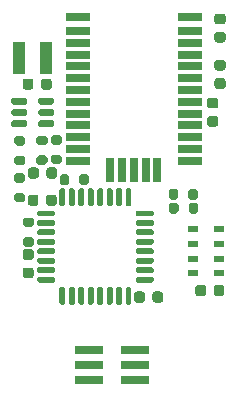
<source format=gbr>
%TF.GenerationSoftware,KiCad,Pcbnew,5.1.9*%
%TF.CreationDate,2021-03-27T13:30:24+01:00*%
%TF.ProjectId,picoballoon,7069636f-6261-46c6-9c6f-6f6e2e6b6963,0.1*%
%TF.SameCoordinates,Original*%
%TF.FileFunction,Paste,Top*%
%TF.FilePolarity,Positive*%
%FSLAX46Y46*%
G04 Gerber Fmt 4.6, Leading zero omitted, Abs format (unit mm)*
G04 Created by KiCad (PCBNEW 5.1.9) date 2021-03-27 13:30:24*
%MOMM*%
%LPD*%
G01*
G04 APERTURE LIST*
%ADD10R,0.700000X2.150000*%
%ADD11R,2.150000X0.700000*%
%ADD12R,2.400000X0.740000*%
%ADD13R,1.000000X2.750000*%
%ADD14R,0.950000X0.550000*%
G04 APERTURE END LIST*
%TO.C,R3*%
G36*
G01*
X120925000Y-70050000D02*
X120375000Y-70050000D01*
G75*
G02*
X120175000Y-69850000I0J200000D01*
G01*
X120175000Y-69450000D01*
G75*
G02*
X120375000Y-69250000I200000J0D01*
G01*
X120925000Y-69250000D01*
G75*
G02*
X121125000Y-69450000I0J-200000D01*
G01*
X121125000Y-69850000D01*
G75*
G02*
X120925000Y-70050000I-200000J0D01*
G01*
G37*
G36*
G01*
X120925000Y-71700000D02*
X120375000Y-71700000D01*
G75*
G02*
X120175000Y-71500000I0J200000D01*
G01*
X120175000Y-71100000D01*
G75*
G02*
X120375000Y-70900000I200000J0D01*
G01*
X120925000Y-70900000D01*
G75*
G02*
X121125000Y-71100000I0J-200000D01*
G01*
X121125000Y-71500000D01*
G75*
G02*
X120925000Y-71700000I-200000J0D01*
G01*
G37*
%TD*%
%TO.C,U4*%
G36*
G01*
X122125000Y-75925000D02*
X122125000Y-75675000D01*
G75*
G02*
X122250000Y-75550000I125000J0D01*
G01*
X123500000Y-75550000D01*
G75*
G02*
X123625000Y-75675000I0J-125000D01*
G01*
X123625000Y-75925000D01*
G75*
G02*
X123500000Y-76050000I-125000J0D01*
G01*
X122250000Y-76050000D01*
G75*
G02*
X122125000Y-75925000I0J125000D01*
G01*
G37*
G36*
G01*
X122125000Y-76725000D02*
X122125000Y-76475000D01*
G75*
G02*
X122250000Y-76350000I125000J0D01*
G01*
X123500000Y-76350000D01*
G75*
G02*
X123625000Y-76475000I0J-125000D01*
G01*
X123625000Y-76725000D01*
G75*
G02*
X123500000Y-76850000I-125000J0D01*
G01*
X122250000Y-76850000D01*
G75*
G02*
X122125000Y-76725000I0J125000D01*
G01*
G37*
G36*
G01*
X122125000Y-77525000D02*
X122125000Y-77275000D01*
G75*
G02*
X122250000Y-77150000I125000J0D01*
G01*
X123500000Y-77150000D01*
G75*
G02*
X123625000Y-77275000I0J-125000D01*
G01*
X123625000Y-77525000D01*
G75*
G02*
X123500000Y-77650000I-125000J0D01*
G01*
X122250000Y-77650000D01*
G75*
G02*
X122125000Y-77525000I0J125000D01*
G01*
G37*
G36*
G01*
X122125000Y-78325000D02*
X122125000Y-78075000D01*
G75*
G02*
X122250000Y-77950000I125000J0D01*
G01*
X123500000Y-77950000D01*
G75*
G02*
X123625000Y-78075000I0J-125000D01*
G01*
X123625000Y-78325000D01*
G75*
G02*
X123500000Y-78450000I-125000J0D01*
G01*
X122250000Y-78450000D01*
G75*
G02*
X122125000Y-78325000I0J125000D01*
G01*
G37*
G36*
G01*
X122125000Y-79125000D02*
X122125000Y-78875000D01*
G75*
G02*
X122250000Y-78750000I125000J0D01*
G01*
X123500000Y-78750000D01*
G75*
G02*
X123625000Y-78875000I0J-125000D01*
G01*
X123625000Y-79125000D01*
G75*
G02*
X123500000Y-79250000I-125000J0D01*
G01*
X122250000Y-79250000D01*
G75*
G02*
X122125000Y-79125000I0J125000D01*
G01*
G37*
G36*
G01*
X122125000Y-79925000D02*
X122125000Y-79675000D01*
G75*
G02*
X122250000Y-79550000I125000J0D01*
G01*
X123500000Y-79550000D01*
G75*
G02*
X123625000Y-79675000I0J-125000D01*
G01*
X123625000Y-79925000D01*
G75*
G02*
X123500000Y-80050000I-125000J0D01*
G01*
X122250000Y-80050000D01*
G75*
G02*
X122125000Y-79925000I0J125000D01*
G01*
G37*
G36*
G01*
X122125000Y-80725000D02*
X122125000Y-80475000D01*
G75*
G02*
X122250000Y-80350000I125000J0D01*
G01*
X123500000Y-80350000D01*
G75*
G02*
X123625000Y-80475000I0J-125000D01*
G01*
X123625000Y-80725000D01*
G75*
G02*
X123500000Y-80850000I-125000J0D01*
G01*
X122250000Y-80850000D01*
G75*
G02*
X122125000Y-80725000I0J125000D01*
G01*
G37*
G36*
G01*
X122125000Y-81525000D02*
X122125000Y-81275000D01*
G75*
G02*
X122250000Y-81150000I125000J0D01*
G01*
X123500000Y-81150000D01*
G75*
G02*
X123625000Y-81275000I0J-125000D01*
G01*
X123625000Y-81525000D01*
G75*
G02*
X123500000Y-81650000I-125000J0D01*
G01*
X122250000Y-81650000D01*
G75*
G02*
X122125000Y-81525000I0J125000D01*
G01*
G37*
G36*
G01*
X124000000Y-83400000D02*
X124000000Y-82150000D01*
G75*
G02*
X124125000Y-82025000I125000J0D01*
G01*
X124375000Y-82025000D01*
G75*
G02*
X124500000Y-82150000I0J-125000D01*
G01*
X124500000Y-83400000D01*
G75*
G02*
X124375000Y-83525000I-125000J0D01*
G01*
X124125000Y-83525000D01*
G75*
G02*
X124000000Y-83400000I0J125000D01*
G01*
G37*
G36*
G01*
X124800000Y-83400000D02*
X124800000Y-82150000D01*
G75*
G02*
X124925000Y-82025000I125000J0D01*
G01*
X125175000Y-82025000D01*
G75*
G02*
X125300000Y-82150000I0J-125000D01*
G01*
X125300000Y-83400000D01*
G75*
G02*
X125175000Y-83525000I-125000J0D01*
G01*
X124925000Y-83525000D01*
G75*
G02*
X124800000Y-83400000I0J125000D01*
G01*
G37*
G36*
G01*
X125600000Y-83400000D02*
X125600000Y-82150000D01*
G75*
G02*
X125725000Y-82025000I125000J0D01*
G01*
X125975000Y-82025000D01*
G75*
G02*
X126100000Y-82150000I0J-125000D01*
G01*
X126100000Y-83400000D01*
G75*
G02*
X125975000Y-83525000I-125000J0D01*
G01*
X125725000Y-83525000D01*
G75*
G02*
X125600000Y-83400000I0J125000D01*
G01*
G37*
G36*
G01*
X126400000Y-83400000D02*
X126400000Y-82150000D01*
G75*
G02*
X126525000Y-82025000I125000J0D01*
G01*
X126775000Y-82025000D01*
G75*
G02*
X126900000Y-82150000I0J-125000D01*
G01*
X126900000Y-83400000D01*
G75*
G02*
X126775000Y-83525000I-125000J0D01*
G01*
X126525000Y-83525000D01*
G75*
G02*
X126400000Y-83400000I0J125000D01*
G01*
G37*
G36*
G01*
X127200000Y-83400000D02*
X127200000Y-82150000D01*
G75*
G02*
X127325000Y-82025000I125000J0D01*
G01*
X127575000Y-82025000D01*
G75*
G02*
X127700000Y-82150000I0J-125000D01*
G01*
X127700000Y-83400000D01*
G75*
G02*
X127575000Y-83525000I-125000J0D01*
G01*
X127325000Y-83525000D01*
G75*
G02*
X127200000Y-83400000I0J125000D01*
G01*
G37*
G36*
G01*
X128000000Y-83400000D02*
X128000000Y-82150000D01*
G75*
G02*
X128125000Y-82025000I125000J0D01*
G01*
X128375000Y-82025000D01*
G75*
G02*
X128500000Y-82150000I0J-125000D01*
G01*
X128500000Y-83400000D01*
G75*
G02*
X128375000Y-83525000I-125000J0D01*
G01*
X128125000Y-83525000D01*
G75*
G02*
X128000000Y-83400000I0J125000D01*
G01*
G37*
G36*
G01*
X128800000Y-83400000D02*
X128800000Y-82150000D01*
G75*
G02*
X128925000Y-82025000I125000J0D01*
G01*
X129175000Y-82025000D01*
G75*
G02*
X129300000Y-82150000I0J-125000D01*
G01*
X129300000Y-83400000D01*
G75*
G02*
X129175000Y-83525000I-125000J0D01*
G01*
X128925000Y-83525000D01*
G75*
G02*
X128800000Y-83400000I0J125000D01*
G01*
G37*
G36*
G01*
X129600000Y-83400000D02*
X129600000Y-82150000D01*
G75*
G02*
X129725000Y-82025000I125000J0D01*
G01*
X129975000Y-82025000D01*
G75*
G02*
X130100000Y-82150000I0J-125000D01*
G01*
X130100000Y-83400000D01*
G75*
G02*
X129975000Y-83525000I-125000J0D01*
G01*
X129725000Y-83525000D01*
G75*
G02*
X129600000Y-83400000I0J125000D01*
G01*
G37*
G36*
G01*
X130475000Y-81525000D02*
X130475000Y-81275000D01*
G75*
G02*
X130600000Y-81150000I125000J0D01*
G01*
X131850000Y-81150000D01*
G75*
G02*
X131975000Y-81275000I0J-125000D01*
G01*
X131975000Y-81525000D01*
G75*
G02*
X131850000Y-81650000I-125000J0D01*
G01*
X130600000Y-81650000D01*
G75*
G02*
X130475000Y-81525000I0J125000D01*
G01*
G37*
G36*
G01*
X130475000Y-80725000D02*
X130475000Y-80475000D01*
G75*
G02*
X130600000Y-80350000I125000J0D01*
G01*
X131850000Y-80350000D01*
G75*
G02*
X131975000Y-80475000I0J-125000D01*
G01*
X131975000Y-80725000D01*
G75*
G02*
X131850000Y-80850000I-125000J0D01*
G01*
X130600000Y-80850000D01*
G75*
G02*
X130475000Y-80725000I0J125000D01*
G01*
G37*
G36*
G01*
X130475000Y-79925000D02*
X130475000Y-79675000D01*
G75*
G02*
X130600000Y-79550000I125000J0D01*
G01*
X131850000Y-79550000D01*
G75*
G02*
X131975000Y-79675000I0J-125000D01*
G01*
X131975000Y-79925000D01*
G75*
G02*
X131850000Y-80050000I-125000J0D01*
G01*
X130600000Y-80050000D01*
G75*
G02*
X130475000Y-79925000I0J125000D01*
G01*
G37*
G36*
G01*
X130475000Y-79125000D02*
X130475000Y-78875000D01*
G75*
G02*
X130600000Y-78750000I125000J0D01*
G01*
X131850000Y-78750000D01*
G75*
G02*
X131975000Y-78875000I0J-125000D01*
G01*
X131975000Y-79125000D01*
G75*
G02*
X131850000Y-79250000I-125000J0D01*
G01*
X130600000Y-79250000D01*
G75*
G02*
X130475000Y-79125000I0J125000D01*
G01*
G37*
G36*
G01*
X130475000Y-78325000D02*
X130475000Y-78075000D01*
G75*
G02*
X130600000Y-77950000I125000J0D01*
G01*
X131850000Y-77950000D01*
G75*
G02*
X131975000Y-78075000I0J-125000D01*
G01*
X131975000Y-78325000D01*
G75*
G02*
X131850000Y-78450000I-125000J0D01*
G01*
X130600000Y-78450000D01*
G75*
G02*
X130475000Y-78325000I0J125000D01*
G01*
G37*
G36*
G01*
X130475000Y-77525000D02*
X130475000Y-77275000D01*
G75*
G02*
X130600000Y-77150000I125000J0D01*
G01*
X131850000Y-77150000D01*
G75*
G02*
X131975000Y-77275000I0J-125000D01*
G01*
X131975000Y-77525000D01*
G75*
G02*
X131850000Y-77650000I-125000J0D01*
G01*
X130600000Y-77650000D01*
G75*
G02*
X130475000Y-77525000I0J125000D01*
G01*
G37*
G36*
G01*
X130475000Y-76725000D02*
X130475000Y-76475000D01*
G75*
G02*
X130600000Y-76350000I125000J0D01*
G01*
X131850000Y-76350000D01*
G75*
G02*
X131975000Y-76475000I0J-125000D01*
G01*
X131975000Y-76725000D01*
G75*
G02*
X131850000Y-76850000I-125000J0D01*
G01*
X130600000Y-76850000D01*
G75*
G02*
X130475000Y-76725000I0J125000D01*
G01*
G37*
G36*
G01*
X130475000Y-75925000D02*
X130475000Y-75675000D01*
G75*
G02*
X130600000Y-75550000I125000J0D01*
G01*
X131850000Y-75550000D01*
G75*
G02*
X131975000Y-75675000I0J-125000D01*
G01*
X131975000Y-75925000D01*
G75*
G02*
X131850000Y-76050000I-125000J0D01*
G01*
X130600000Y-76050000D01*
G75*
G02*
X130475000Y-75925000I0J125000D01*
G01*
G37*
G36*
G01*
X129600000Y-75050000D02*
X129600000Y-73800000D01*
G75*
G02*
X129725000Y-73675000I125000J0D01*
G01*
X129975000Y-73675000D01*
G75*
G02*
X130100000Y-73800000I0J-125000D01*
G01*
X130100000Y-75050000D01*
G75*
G02*
X129975000Y-75175000I-125000J0D01*
G01*
X129725000Y-75175000D01*
G75*
G02*
X129600000Y-75050000I0J125000D01*
G01*
G37*
G36*
G01*
X128800000Y-75050000D02*
X128800000Y-73800000D01*
G75*
G02*
X128925000Y-73675000I125000J0D01*
G01*
X129175000Y-73675000D01*
G75*
G02*
X129300000Y-73800000I0J-125000D01*
G01*
X129300000Y-75050000D01*
G75*
G02*
X129175000Y-75175000I-125000J0D01*
G01*
X128925000Y-75175000D01*
G75*
G02*
X128800000Y-75050000I0J125000D01*
G01*
G37*
G36*
G01*
X128000000Y-75050000D02*
X128000000Y-73800000D01*
G75*
G02*
X128125000Y-73675000I125000J0D01*
G01*
X128375000Y-73675000D01*
G75*
G02*
X128500000Y-73800000I0J-125000D01*
G01*
X128500000Y-75050000D01*
G75*
G02*
X128375000Y-75175000I-125000J0D01*
G01*
X128125000Y-75175000D01*
G75*
G02*
X128000000Y-75050000I0J125000D01*
G01*
G37*
G36*
G01*
X127200000Y-75050000D02*
X127200000Y-73800000D01*
G75*
G02*
X127325000Y-73675000I125000J0D01*
G01*
X127575000Y-73675000D01*
G75*
G02*
X127700000Y-73800000I0J-125000D01*
G01*
X127700000Y-75050000D01*
G75*
G02*
X127575000Y-75175000I-125000J0D01*
G01*
X127325000Y-75175000D01*
G75*
G02*
X127200000Y-75050000I0J125000D01*
G01*
G37*
G36*
G01*
X126400000Y-75050000D02*
X126400000Y-73800000D01*
G75*
G02*
X126525000Y-73675000I125000J0D01*
G01*
X126775000Y-73675000D01*
G75*
G02*
X126900000Y-73800000I0J-125000D01*
G01*
X126900000Y-75050000D01*
G75*
G02*
X126775000Y-75175000I-125000J0D01*
G01*
X126525000Y-75175000D01*
G75*
G02*
X126400000Y-75050000I0J125000D01*
G01*
G37*
G36*
G01*
X125600000Y-75050000D02*
X125600000Y-73800000D01*
G75*
G02*
X125725000Y-73675000I125000J0D01*
G01*
X125975000Y-73675000D01*
G75*
G02*
X126100000Y-73800000I0J-125000D01*
G01*
X126100000Y-75050000D01*
G75*
G02*
X125975000Y-75175000I-125000J0D01*
G01*
X125725000Y-75175000D01*
G75*
G02*
X125600000Y-75050000I0J125000D01*
G01*
G37*
G36*
G01*
X124800000Y-75050000D02*
X124800000Y-73800000D01*
G75*
G02*
X124925000Y-73675000I125000J0D01*
G01*
X125175000Y-73675000D01*
G75*
G02*
X125300000Y-73800000I0J-125000D01*
G01*
X125300000Y-75050000D01*
G75*
G02*
X125175000Y-75175000I-125000J0D01*
G01*
X124925000Y-75175000D01*
G75*
G02*
X124800000Y-75050000I0J125000D01*
G01*
G37*
G36*
G01*
X124000000Y-75050000D02*
X124000000Y-73800000D01*
G75*
G02*
X124125000Y-73675000I125000J0D01*
G01*
X124375000Y-73675000D01*
G75*
G02*
X124500000Y-73800000I0J-125000D01*
G01*
X124500000Y-75050000D01*
G75*
G02*
X124375000Y-75175000I-125000J0D01*
G01*
X124125000Y-75175000D01*
G75*
G02*
X124000000Y-75050000I0J125000D01*
G01*
G37*
%TD*%
D10*
%TO.C,U3*%
X132300000Y-72100000D03*
X131300000Y-72100000D03*
X130300000Y-72100000D03*
X129300000Y-72100000D03*
X128300000Y-72100000D03*
D11*
X125550000Y-71350000D03*
X125550000Y-70350000D03*
X125550000Y-69350000D03*
X125550000Y-68350000D03*
X125550000Y-67350000D03*
X125550000Y-66350000D03*
X125550000Y-65350000D03*
X125550000Y-64350000D03*
X125550000Y-63350000D03*
X125550000Y-62350000D03*
X125550000Y-61350000D03*
X125550000Y-60350000D03*
X125550000Y-59200000D03*
X135050000Y-59200000D03*
X135050000Y-60350000D03*
X135050000Y-61350000D03*
X135050000Y-62350000D03*
X135050000Y-63350000D03*
X135050000Y-64350000D03*
X135050000Y-65350000D03*
X135050000Y-66350000D03*
X135050000Y-67350000D03*
X135050000Y-68350000D03*
X135050000Y-69350000D03*
X135050000Y-70350000D03*
X135050000Y-71350000D03*
%TD*%
%TO.C,C1*%
G36*
G01*
X137850000Y-59775000D02*
X137350000Y-59775000D01*
G75*
G02*
X137125000Y-59550000I0J225000D01*
G01*
X137125000Y-59100000D01*
G75*
G02*
X137350000Y-58875000I225000J0D01*
G01*
X137850000Y-58875000D01*
G75*
G02*
X138075000Y-59100000I0J-225000D01*
G01*
X138075000Y-59550000D01*
G75*
G02*
X137850000Y-59775000I-225000J0D01*
G01*
G37*
G36*
G01*
X137850000Y-61325000D02*
X137350000Y-61325000D01*
G75*
G02*
X137125000Y-61100000I0J225000D01*
G01*
X137125000Y-60650000D01*
G75*
G02*
X137350000Y-60425000I225000J0D01*
G01*
X137850000Y-60425000D01*
G75*
G02*
X138075000Y-60650000I0J-225000D01*
G01*
X138075000Y-61100000D01*
G75*
G02*
X137850000Y-61325000I-225000J0D01*
G01*
G37*
%TD*%
%TO.C,C2*%
G36*
G01*
X137350000Y-62800000D02*
X137850000Y-62800000D01*
G75*
G02*
X138075000Y-63025000I0J-225000D01*
G01*
X138075000Y-63475000D01*
G75*
G02*
X137850000Y-63700000I-225000J0D01*
G01*
X137350000Y-63700000D01*
G75*
G02*
X137125000Y-63475000I0J225000D01*
G01*
X137125000Y-63025000D01*
G75*
G02*
X137350000Y-62800000I225000J0D01*
G01*
G37*
G36*
G01*
X137350000Y-64350000D02*
X137850000Y-64350000D01*
G75*
G02*
X138075000Y-64575000I0J-225000D01*
G01*
X138075000Y-65025000D01*
G75*
G02*
X137850000Y-65250000I-225000J0D01*
G01*
X137350000Y-65250000D01*
G75*
G02*
X137125000Y-65025000I0J225000D01*
G01*
X137125000Y-64575000D01*
G75*
G02*
X137350000Y-64350000I225000J0D01*
G01*
G37*
%TD*%
%TO.C,C4*%
G36*
G01*
X135510000Y-82580000D02*
X135510000Y-82080000D01*
G75*
G02*
X135735000Y-81855000I225000J0D01*
G01*
X136185000Y-81855000D01*
G75*
G02*
X136410000Y-82080000I0J-225000D01*
G01*
X136410000Y-82580000D01*
G75*
G02*
X136185000Y-82805000I-225000J0D01*
G01*
X135735000Y-82805000D01*
G75*
G02*
X135510000Y-82580000I0J225000D01*
G01*
G37*
G36*
G01*
X137060000Y-82580000D02*
X137060000Y-82080000D01*
G75*
G02*
X137285000Y-81855000I225000J0D01*
G01*
X137735000Y-81855000D01*
G75*
G02*
X137960000Y-82080000I0J-225000D01*
G01*
X137960000Y-82580000D01*
G75*
G02*
X137735000Y-82805000I-225000J0D01*
G01*
X137285000Y-82805000D01*
G75*
G02*
X137060000Y-82580000I0J225000D01*
G01*
G37*
%TD*%
%TO.C,C5*%
G36*
G01*
X137225000Y-68450000D02*
X136725000Y-68450000D01*
G75*
G02*
X136500000Y-68225000I0J225000D01*
G01*
X136500000Y-67775000D01*
G75*
G02*
X136725000Y-67550000I225000J0D01*
G01*
X137225000Y-67550000D01*
G75*
G02*
X137450000Y-67775000I0J-225000D01*
G01*
X137450000Y-68225000D01*
G75*
G02*
X137225000Y-68450000I-225000J0D01*
G01*
G37*
G36*
G01*
X137225000Y-66900000D02*
X136725000Y-66900000D01*
G75*
G02*
X136500000Y-66675000I0J225000D01*
G01*
X136500000Y-66225000D01*
G75*
G02*
X136725000Y-66000000I225000J0D01*
G01*
X137225000Y-66000000D01*
G75*
G02*
X137450000Y-66225000I0J-225000D01*
G01*
X137450000Y-66675000D01*
G75*
G02*
X137225000Y-66900000I-225000J0D01*
G01*
G37*
%TD*%
%TO.C,C6*%
G36*
G01*
X121800000Y-64600000D02*
X121800000Y-65100000D01*
G75*
G02*
X121575000Y-65325000I-225000J0D01*
G01*
X121125000Y-65325000D01*
G75*
G02*
X120900000Y-65100000I0J225000D01*
G01*
X120900000Y-64600000D01*
G75*
G02*
X121125000Y-64375000I225000J0D01*
G01*
X121575000Y-64375000D01*
G75*
G02*
X121800000Y-64600000I0J-225000D01*
G01*
G37*
G36*
G01*
X123350000Y-64600000D02*
X123350000Y-65100000D01*
G75*
G02*
X123125000Y-65325000I-225000J0D01*
G01*
X122675000Y-65325000D01*
G75*
G02*
X122450000Y-65100000I0J225000D01*
G01*
X122450000Y-64600000D01*
G75*
G02*
X122675000Y-64375000I225000J0D01*
G01*
X123125000Y-64375000D01*
G75*
G02*
X123350000Y-64600000I0J-225000D01*
G01*
G37*
%TD*%
%TO.C,C7*%
G36*
G01*
X121100000Y-78825000D02*
X121600000Y-78825000D01*
G75*
G02*
X121825000Y-79050000I0J-225000D01*
G01*
X121825000Y-79500000D01*
G75*
G02*
X121600000Y-79725000I-225000J0D01*
G01*
X121100000Y-79725000D01*
G75*
G02*
X120875000Y-79500000I0J225000D01*
G01*
X120875000Y-79050000D01*
G75*
G02*
X121100000Y-78825000I225000J0D01*
G01*
G37*
G36*
G01*
X121100000Y-80375000D02*
X121600000Y-80375000D01*
G75*
G02*
X121825000Y-80600000I0J-225000D01*
G01*
X121825000Y-81050000D01*
G75*
G02*
X121600000Y-81275000I-225000J0D01*
G01*
X121100000Y-81275000D01*
G75*
G02*
X120875000Y-81050000I0J225000D01*
G01*
X120875000Y-80600000D01*
G75*
G02*
X121100000Y-80375000I225000J0D01*
G01*
G37*
%TD*%
%TO.C,C8*%
G36*
G01*
X122875000Y-74925000D02*
X122875000Y-74425000D01*
G75*
G02*
X123100000Y-74200000I225000J0D01*
G01*
X123550000Y-74200000D01*
G75*
G02*
X123775000Y-74425000I0J-225000D01*
G01*
X123775000Y-74925000D01*
G75*
G02*
X123550000Y-75150000I-225000J0D01*
G01*
X123100000Y-75150000D01*
G75*
G02*
X122875000Y-74925000I0J225000D01*
G01*
G37*
G36*
G01*
X121325000Y-74925000D02*
X121325000Y-74425000D01*
G75*
G02*
X121550000Y-74200000I225000J0D01*
G01*
X122000000Y-74200000D01*
G75*
G02*
X122225000Y-74425000I0J-225000D01*
G01*
X122225000Y-74925000D01*
G75*
G02*
X122000000Y-75150000I-225000J0D01*
G01*
X121550000Y-75150000D01*
G75*
G02*
X121325000Y-74925000I0J225000D01*
G01*
G37*
%TD*%
%TO.C,C9*%
G36*
G01*
X121350000Y-72625000D02*
X121350000Y-72125000D01*
G75*
G02*
X121575000Y-71900000I225000J0D01*
G01*
X122025000Y-71900000D01*
G75*
G02*
X122250000Y-72125000I0J-225000D01*
G01*
X122250000Y-72625000D01*
G75*
G02*
X122025000Y-72850000I-225000J0D01*
G01*
X121575000Y-72850000D01*
G75*
G02*
X121350000Y-72625000I0J225000D01*
G01*
G37*
G36*
G01*
X122900000Y-72625000D02*
X122900000Y-72125000D01*
G75*
G02*
X123125000Y-71900000I225000J0D01*
G01*
X123575000Y-71900000D01*
G75*
G02*
X123800000Y-72125000I0J-225000D01*
G01*
X123800000Y-72625000D01*
G75*
G02*
X123575000Y-72850000I-225000J0D01*
G01*
X123125000Y-72850000D01*
G75*
G02*
X122900000Y-72625000I0J225000D01*
G01*
G37*
%TD*%
%TO.C,C10*%
G36*
G01*
X132780000Y-82630000D02*
X132780000Y-83130000D01*
G75*
G02*
X132555000Y-83355000I-225000J0D01*
G01*
X132105000Y-83355000D01*
G75*
G02*
X131880000Y-83130000I0J225000D01*
G01*
X131880000Y-82630000D01*
G75*
G02*
X132105000Y-82405000I225000J0D01*
G01*
X132555000Y-82405000D01*
G75*
G02*
X132780000Y-82630000I0J-225000D01*
G01*
G37*
G36*
G01*
X131230000Y-82630000D02*
X131230000Y-83130000D01*
G75*
G02*
X131005000Y-83355000I-225000J0D01*
G01*
X130555000Y-83355000D01*
G75*
G02*
X130330000Y-83130000I0J225000D01*
G01*
X130330000Y-82630000D01*
G75*
G02*
X130555000Y-82405000I225000J0D01*
G01*
X131005000Y-82405000D01*
G75*
G02*
X131230000Y-82630000I0J-225000D01*
G01*
G37*
%TD*%
D12*
%TO.C,J4*%
X126490000Y-87380000D03*
X130390000Y-87380000D03*
X126490000Y-88650000D03*
X130390000Y-88650000D03*
X126490000Y-89920000D03*
X130390000Y-89920000D03*
%TD*%
D13*
%TO.C,L1*%
X122850000Y-62650000D03*
X120550000Y-62650000D03*
%TD*%
%TO.C,R1*%
G36*
G01*
X133255000Y-74455000D02*
X133255000Y-73905000D01*
G75*
G02*
X133455000Y-73705000I200000J0D01*
G01*
X133855000Y-73705000D01*
G75*
G02*
X134055000Y-73905000I0J-200000D01*
G01*
X134055000Y-74455000D01*
G75*
G02*
X133855000Y-74655000I-200000J0D01*
G01*
X133455000Y-74655000D01*
G75*
G02*
X133255000Y-74455000I0J200000D01*
G01*
G37*
G36*
G01*
X134905000Y-74455000D02*
X134905000Y-73905000D01*
G75*
G02*
X135105000Y-73705000I200000J0D01*
G01*
X135505000Y-73705000D01*
G75*
G02*
X135705000Y-73905000I0J-200000D01*
G01*
X135705000Y-74455000D01*
G75*
G02*
X135505000Y-74655000I-200000J0D01*
G01*
X135105000Y-74655000D01*
G75*
G02*
X134905000Y-74455000I0J200000D01*
G01*
G37*
%TD*%
%TO.C,R2*%
G36*
G01*
X134935000Y-75625000D02*
X134935000Y-75075000D01*
G75*
G02*
X135135000Y-74875000I200000J0D01*
G01*
X135535000Y-74875000D01*
G75*
G02*
X135735000Y-75075000I0J-200000D01*
G01*
X135735000Y-75625000D01*
G75*
G02*
X135535000Y-75825000I-200000J0D01*
G01*
X135135000Y-75825000D01*
G75*
G02*
X134935000Y-75625000I0J200000D01*
G01*
G37*
G36*
G01*
X133285000Y-75625000D02*
X133285000Y-75075000D01*
G75*
G02*
X133485000Y-74875000I200000J0D01*
G01*
X133885000Y-74875000D01*
G75*
G02*
X134085000Y-75075000I0J-200000D01*
G01*
X134085000Y-75625000D01*
G75*
G02*
X133885000Y-75825000I-200000J0D01*
G01*
X133485000Y-75825000D01*
G75*
G02*
X133285000Y-75625000I0J200000D01*
G01*
G37*
%TD*%
%TO.C,R4*%
G36*
G01*
X126475000Y-72675000D02*
X126475000Y-73225000D01*
G75*
G02*
X126275000Y-73425000I-200000J0D01*
G01*
X125875000Y-73425000D01*
G75*
G02*
X125675000Y-73225000I0J200000D01*
G01*
X125675000Y-72675000D01*
G75*
G02*
X125875000Y-72475000I200000J0D01*
G01*
X126275000Y-72475000D01*
G75*
G02*
X126475000Y-72675000I0J-200000D01*
G01*
G37*
G36*
G01*
X124825000Y-72675000D02*
X124825000Y-73225000D01*
G75*
G02*
X124625000Y-73425000I-200000J0D01*
G01*
X124225000Y-73425000D01*
G75*
G02*
X124025000Y-73225000I0J200000D01*
G01*
X124025000Y-72675000D01*
G75*
G02*
X124225000Y-72475000I200000J0D01*
G01*
X124625000Y-72475000D01*
G75*
G02*
X124825000Y-72675000I0J-200000D01*
G01*
G37*
%TD*%
%TO.C,R5*%
G36*
G01*
X121650000Y-76950000D02*
X121100000Y-76950000D01*
G75*
G02*
X120900000Y-76750000I0J200000D01*
G01*
X120900000Y-76350000D01*
G75*
G02*
X121100000Y-76150000I200000J0D01*
G01*
X121650000Y-76150000D01*
G75*
G02*
X121850000Y-76350000I0J-200000D01*
G01*
X121850000Y-76750000D01*
G75*
G02*
X121650000Y-76950000I-200000J0D01*
G01*
G37*
G36*
G01*
X121650000Y-78600000D02*
X121100000Y-78600000D01*
G75*
G02*
X120900000Y-78400000I0J200000D01*
G01*
X120900000Y-78000000D01*
G75*
G02*
X121100000Y-77800000I200000J0D01*
G01*
X121650000Y-77800000D01*
G75*
G02*
X121850000Y-78000000I0J-200000D01*
G01*
X121850000Y-78400000D01*
G75*
G02*
X121650000Y-78600000I-200000J0D01*
G01*
G37*
%TD*%
%TO.C,R6*%
G36*
G01*
X120900000Y-74850000D02*
X120350000Y-74850000D01*
G75*
G02*
X120150000Y-74650000I0J200000D01*
G01*
X120150000Y-74250000D01*
G75*
G02*
X120350000Y-74050000I200000J0D01*
G01*
X120900000Y-74050000D01*
G75*
G02*
X121100000Y-74250000I0J-200000D01*
G01*
X121100000Y-74650000D01*
G75*
G02*
X120900000Y-74850000I-200000J0D01*
G01*
G37*
G36*
G01*
X120900000Y-73200000D02*
X120350000Y-73200000D01*
G75*
G02*
X120150000Y-73000000I0J200000D01*
G01*
X120150000Y-72600000D01*
G75*
G02*
X120350000Y-72400000I200000J0D01*
G01*
X120900000Y-72400000D01*
G75*
G02*
X121100000Y-72600000I0J-200000D01*
G01*
X121100000Y-73000000D01*
G75*
G02*
X120900000Y-73200000I-200000J0D01*
G01*
G37*
%TD*%
%TO.C,R7*%
G36*
G01*
X122800000Y-71675000D02*
X122250000Y-71675000D01*
G75*
G02*
X122050000Y-71475000I0J200000D01*
G01*
X122050000Y-71075000D01*
G75*
G02*
X122250000Y-70875000I200000J0D01*
G01*
X122800000Y-70875000D01*
G75*
G02*
X123000000Y-71075000I0J-200000D01*
G01*
X123000000Y-71475000D01*
G75*
G02*
X122800000Y-71675000I-200000J0D01*
G01*
G37*
G36*
G01*
X122800000Y-70025000D02*
X122250000Y-70025000D01*
G75*
G02*
X122050000Y-69825000I0J200000D01*
G01*
X122050000Y-69425000D01*
G75*
G02*
X122250000Y-69225000I200000J0D01*
G01*
X122800000Y-69225000D01*
G75*
G02*
X123000000Y-69425000I0J-200000D01*
G01*
X123000000Y-69825000D01*
G75*
G02*
X122800000Y-70025000I-200000J0D01*
G01*
G37*
%TD*%
%TO.C,R8*%
G36*
G01*
X123475000Y-70825000D02*
X124025000Y-70825000D01*
G75*
G02*
X124225000Y-71025000I0J-200000D01*
G01*
X124225000Y-71425000D01*
G75*
G02*
X124025000Y-71625000I-200000J0D01*
G01*
X123475000Y-71625000D01*
G75*
G02*
X123275000Y-71425000I0J200000D01*
G01*
X123275000Y-71025000D01*
G75*
G02*
X123475000Y-70825000I200000J0D01*
G01*
G37*
G36*
G01*
X123475000Y-69175000D02*
X124025000Y-69175000D01*
G75*
G02*
X124225000Y-69375000I0J-200000D01*
G01*
X124225000Y-69775000D01*
G75*
G02*
X124025000Y-69975000I-200000J0D01*
G01*
X123475000Y-69975000D01*
G75*
G02*
X123275000Y-69775000I0J200000D01*
G01*
X123275000Y-69375000D01*
G75*
G02*
X123475000Y-69175000I200000J0D01*
G01*
G37*
%TD*%
D14*
%TO.C,U1*%
X135330000Y-77130000D03*
X135330000Y-78380000D03*
X135330000Y-79630000D03*
X135330000Y-80880000D03*
X137480000Y-78380000D03*
X137480000Y-79630000D03*
X137480000Y-80880000D03*
X137480000Y-77130000D03*
%TD*%
%TO.C,U5*%
G36*
G01*
X119937500Y-66450000D02*
X119937500Y-66150000D01*
G75*
G02*
X120087500Y-66000000I150000J0D01*
G01*
X121112500Y-66000000D01*
G75*
G02*
X121262500Y-66150000I0J-150000D01*
G01*
X121262500Y-66450000D01*
G75*
G02*
X121112500Y-66600000I-150000J0D01*
G01*
X120087500Y-66600000D01*
G75*
G02*
X119937500Y-66450000I0J150000D01*
G01*
G37*
G36*
G01*
X119937500Y-67400000D02*
X119937500Y-67100000D01*
G75*
G02*
X120087500Y-66950000I150000J0D01*
G01*
X121112500Y-66950000D01*
G75*
G02*
X121262500Y-67100000I0J-150000D01*
G01*
X121262500Y-67400000D01*
G75*
G02*
X121112500Y-67550000I-150000J0D01*
G01*
X120087500Y-67550000D01*
G75*
G02*
X119937500Y-67400000I0J150000D01*
G01*
G37*
G36*
G01*
X119937500Y-68350000D02*
X119937500Y-68050000D01*
G75*
G02*
X120087500Y-67900000I150000J0D01*
G01*
X121112500Y-67900000D01*
G75*
G02*
X121262500Y-68050000I0J-150000D01*
G01*
X121262500Y-68350000D01*
G75*
G02*
X121112500Y-68500000I-150000J0D01*
G01*
X120087500Y-68500000D01*
G75*
G02*
X119937500Y-68350000I0J150000D01*
G01*
G37*
G36*
G01*
X122212500Y-68350000D02*
X122212500Y-68050000D01*
G75*
G02*
X122362500Y-67900000I150000J0D01*
G01*
X123387500Y-67900000D01*
G75*
G02*
X123537500Y-68050000I0J-150000D01*
G01*
X123537500Y-68350000D01*
G75*
G02*
X123387500Y-68500000I-150000J0D01*
G01*
X122362500Y-68500000D01*
G75*
G02*
X122212500Y-68350000I0J150000D01*
G01*
G37*
G36*
G01*
X122212500Y-67400000D02*
X122212500Y-67100000D01*
G75*
G02*
X122362500Y-66950000I150000J0D01*
G01*
X123387500Y-66950000D01*
G75*
G02*
X123537500Y-67100000I0J-150000D01*
G01*
X123537500Y-67400000D01*
G75*
G02*
X123387500Y-67550000I-150000J0D01*
G01*
X122362500Y-67550000D01*
G75*
G02*
X122212500Y-67400000I0J150000D01*
G01*
G37*
G36*
G01*
X122212500Y-66450000D02*
X122212500Y-66150000D01*
G75*
G02*
X122362500Y-66000000I150000J0D01*
G01*
X123387500Y-66000000D01*
G75*
G02*
X123537500Y-66150000I0J-150000D01*
G01*
X123537500Y-66450000D01*
G75*
G02*
X123387500Y-66600000I-150000J0D01*
G01*
X122362500Y-66600000D01*
G75*
G02*
X122212500Y-66450000I0J150000D01*
G01*
G37*
%TD*%
M02*

</source>
